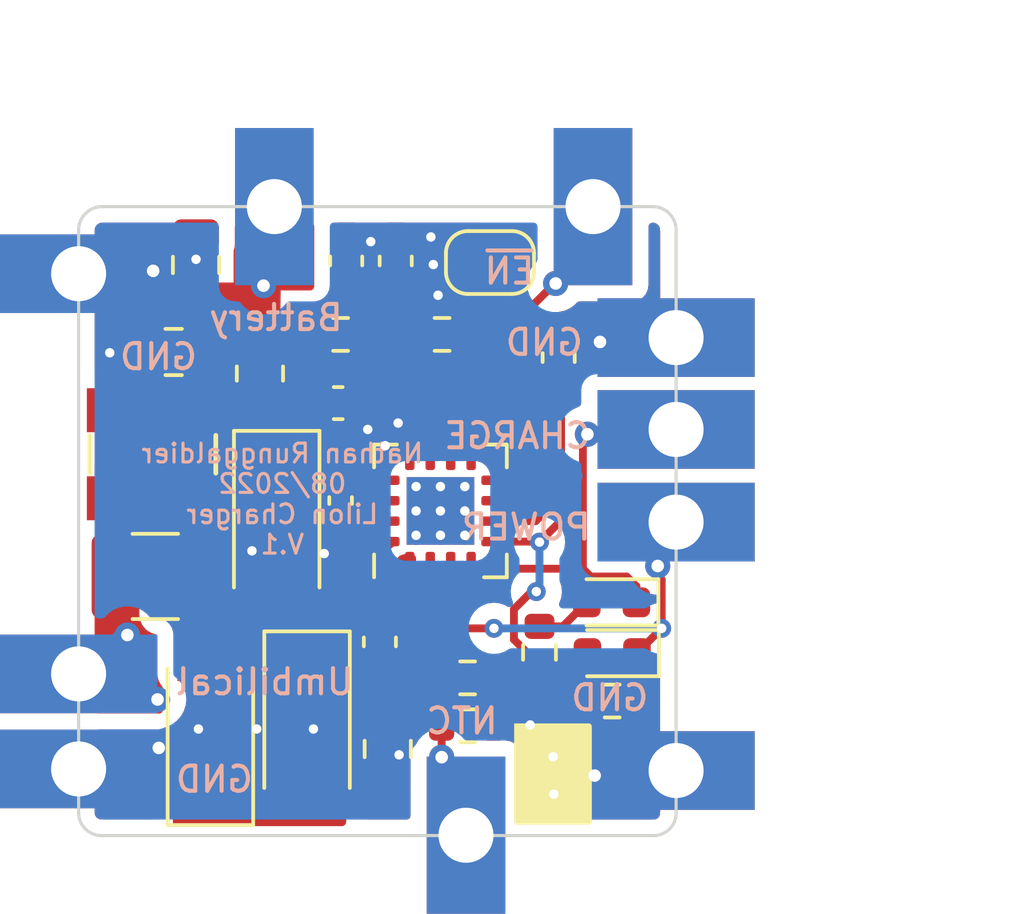
<source format=kicad_pcb>
(kicad_pcb (version 20211014) (generator pcbnew)
  (layers (0 "F.Cu" signal) (31 "B.Cu" signal) (34 "B.Paste" user) (35 "F.Paste" user) (36 "B.SilkS" user "B.Silkscreen") (37 "F.SilkS" user "F.Silkscreen") (38 "B.Mask" user) (39 "F.Mask" user) (44 "Edge.Cuts" user))
  (net 0 "")
  (net 1 "Net-(C1-Pad1)")
  (net 2 "GND")
  (net 3 "Net-(C2-Pad1)")
  (net 4 "Net-(C3-Pad1)")
  (net 5 "Net-(C4-Pad1)")
  (net 6 "Net-(C5-Pad1)")
  (net 7 "Net-(C6-Pad1)")
  (net 8 "Net-(C7-Pad1)")
  (net 9 "/Battery")
  (net 10 "/Charger")
  (net 11 "/~{ACOK}")
  (net 12 "/~{CHGOK}")
  (net 13 "Net-(L1-Pad2)")
  (net 14 "/NTC")
  (net 15 "Net-(R6-Pad2)")
  (net 16 "Net-(JP1-Pad1)")
  (net 18 "Net-(C5-Pad2)")
  (net 19 "Net-(D2-Pad2)")
  (net 20 "Net-(D3-Pad2)")
  (net 21 "Net-(U1-Pad6)")
  (net 22 "Net-(R5-Pad2)")
  (net 23 "Net-(D1-Pad2)")
  (footprint "TXV_Library_Footprints:Edge_Connector" (layer "F.Cu") (at 140.8176 70.9168 90)
    (fp_text reference "j5" hide)
    (fp_text value "Conn_01x01" hide)
    (pad "1" thru_hole custom (at 0 0 90) (size 5 2.5) (drill 1.75) (layers *.Cu *.Mask) (net 21 "Net-(U1-Pad6)") (options (clearance outline) (anchor rect)) (primitives))
  )
  (footprint "Diode_SMD:D_SOD-128" (layer "F.Cu") (at 131.7244 87.503 -90)
    (fp_text reference "D4" hide)
    (fp_text value "PMEG3050EP" hide)
    (fp_line (start -3.08 1.36) (end 1.9 1.36) (layer "F.SilkS") (width 0.12))
    (fp_line (start -3.08 -1.36) (end 1.9 -1.36) (layer "F.SilkS") (width 0.12))
    (fp_line (start -3.08 -1.36) (end -3.08 1.36) (layer "F.SilkS") (width 0.12))
    (pad "1" smd rect (at -2.2 0 270) (size 1.4 2.1) (layers "F.Cu" "F.Paste" "F.Mask") (net 4 "Net-(C3-Pad1)"))
    (pad "2" smd rect (at 2.2 0 270) (size 1.4 2.1) (layers "F.Cu" "F.Paste" "F.Mask") (net 1 "Net-(C1-Pad1)"))
  )
  (footprint "TXV_Library_Footprints:Edge_Connector" (layer "F.Cu") (at 143.4592 75.0824)
    (fp_text reference "H2" hide)
    (fp_text value "MountingHole_Pad" hide)
    (pad "1" thru_hole custom (at 0 0) (size 5 2.5) (drill 1.75) (layers *.Cu *.Mask) (net 2 "GND") (options (clearance outline) (anchor rect)) (primitives))
  )
  (footprint "Capacitor_SMD:C_0402_1005Metric" (layer "F.Cu") (at 132.7912 80.264 90)
    (fp_text reference "C5" hide)
    (fp_text value "100n" hide)
    (fp_line (start -0.107836 -0.36) (end 0.107836 -0.36) (layer "F.SilkS") (width 0.12))
    (fp_line (start -0.107836 0.36) (end 0.107836 0.36) (layer "F.SilkS") (width 0.12))
    (pad "1" smd roundrect (at -0.48 0 90) (size 0.56 0.62) (layers "F.Cu" "F.Paste" "F.Mask") (net 6 "Net-(C5-Pad1)"))
    (pad "2" smd roundrect (at 0.48 0 90) (size 0.56 0.62) (layers "F.Cu" "F.Paste" "F.Mask") (net 18 "Net-(C5-Pad2)"))
  )
  (footprint "TXV_Library_Footprints:Edge_Connector" (layer "F.Cu") (at 130.683 70.9168 90)
    (fp_text reference "j6" hide)
    (fp_text value "Conn_01x01" hide)
    (pad "1" thru_hole custom (at 0 0 90) (size 5 2.5) (drill 1.75) (layers *.Cu *.Mask) (net 9 "/Battery") (options (clearance outline) (anchor rect)) (primitives))
  )
  (footprint "Capacitor_SMD:C_0805_2012Metric" (layer "F.Cu") (at 127.4826 75.5396 180)
    (fp_text reference "C9" hide)
    (fp_text value "22u" hide)
    (fp_line (start -0.261252 -0.735) (end 0.261252 -0.735) (layer "F.SilkS") (width 0.12))
    (fp_line (start -0.261252 0.735) (end 0.261252 0.735) (layer "F.SilkS") (width 0.12))
    (pad "1" smd roundrect (at -0.95 0 180) (size 1 1.45) (layers "F.Cu" "F.Paste" "F.Mask") (net 9 "/Battery"))
    (pad "2" smd roundrect (at 0.95 0 180) (size 1 1.45) (layers "F.Cu" "F.Paste" "F.Mask") (net 2 "GND"))
  )
  (footprint "Resistor_SMD:R_0603_1608Metric" (layer "F.Cu") (at 136.8298 87.4268)
    (fp_text reference "R2" hide)
    (fp_text value "10k" hide)
    (fp_line (start -0.237258 -0.5225) (end 0.237258 -0.5225) (layer "F.SilkS") (width 0.12))
    (fp_line (start -0.237258 0.5225) (end 0.237258 0.5225) (layer "F.SilkS") (width 0.12))
    (pad "1" smd roundrect (at -0.825 0) (size 0.8 0.95) (layers "F.Cu" "F.Paste" "F.Mask") (net 14 "/NTC"))
    (pad "2" smd roundrect (at 0.825 0) (size 0.8 0.95) (layers "F.Cu" "F.Paste" "F.Mask") (net 2 "GND"))
  )
  (footprint "Capacitor_SMD:C_0603_1608Metric" (layer "F.Cu") (at 132.715 77.1652)
    (fp_text reference "C4" hide)
    (fp_text value "100n" hide)
    (fp_line (start -0.14058 -0.51) (end 0.14058 -0.51) (layer "F.SilkS") (width 0.12))
    (fp_line (start -0.14058 0.51) (end 0.14058 0.51) (layer "F.SilkS") (width 0.12))
    (pad "1" smd roundrect (at -0.775 0) (size 0.9 0.95) (layers "F.Cu" "F.Paste" "F.Mask") (net 5 "Net-(C4-Pad1)"))
    (pad "2" smd roundrect (at 0.775 0) (size 0.9 0.95) (layers "F.Cu" "F.Paste" "F.Mask") (net 2 "GND"))
  )
  (footprint "LED_SMD:LED_0603_1608Metric" (layer "F.Cu") (at 141.41 83.5 180)
    (fp_text reference "D3" hide)
    (fp_text value "LED" hide)
    (fp_line (start -1.485 -0.735) (end -1.485 0.735) (layer "F.SilkS") (width 0.12))
    (fp_line (start -1.485 0.735) (end 0.8 0.735) (layer "F.SilkS") (width 0.12))
    (fp_line (start 0.8 -0.735) (end -1.485 -0.735) (layer "F.SilkS") (width 0.12))
    (pad "1" smd roundrect (at -0.7875 0 180) (size 0.875 0.95) (layers "F.Cu" "F.Paste" "F.Mask") (net 12 "/~{CHGOK}"))
    (pad "2" smd roundrect (at 0.7875 0 180) (size 0.875 0.95) (layers "F.Cu" "F.Paste" "F.Mask") (net 20 "Net-(D3-Pad2)"))
  )
  (footprint "TXV_Library_Footprints:Edge_Connector" (layer "F.Cu") (at 124.46 73.0504)
    (fp_text reference "H4" hide)
    (fp_text value "MountingHole_Pad" hide)
    (pad "1" thru_hole custom (at 0 0) (size 5 2.5) (drill 1.75) (layers *.Cu *.Mask) (net 2 "GND") (options (clearance outline) (anchor rect)) (primitives))
  )
  (footprint "Capacitor_SMD:C_0805_2012Metric" (layer "F.Cu") (at 134.2898 88.1634 -90)
    (fp_text reference "C1" hide)
    (fp_text value "22u" hide)
    (fp_line (start -0.261252 0.735) (end 0.261252 0.735) (layer "F.SilkS") (width 0.12))
    (fp_line (start -0.261252 -0.735) (end 0.261252 -0.735) (layer "F.SilkS") (width 0.12))
    (pad "1" smd roundrect (at -0.95 0 270) (size 1 1.45) (layers "F.Cu" "F.Paste" "F.Mask") (net 1 "Net-(C1-Pad1)"))
    (pad "2" smd roundrect (at 0.95 0 270) (size 1 1.45) (layers "F.Cu" "F.Paste" "F.Mask") (net 2 "GND"))
  )
  (footprint "TXV_Library_Footprints:SRN4018TA-4R7M" (layer "F.Cu") (at 126.8222 78.7908 90)
    (fp_text reference "L1" hide)
    (fp_text value "4.7u" hide)
    (fp_line (start -0.6 2) (end 0.6 2) (layer "F.SilkS") (width 0.15))
    (fp_line (start -0.6 -2) (end 0.6 -2) (layer "F.SilkS") (width 0.15))
    (pad "1" smd rect (at -1.4 0 90) (size 1.4 4.2) (layers "F.Cu" "F.Paste" "F.Mask") (net 6 "Net-(C5-Pad1)"))
    (pad "2" smd rect (at 1.4 0 90) (size 1.4 4.2) (layers "F.Cu" "F.Paste" "F.Mask") (net 13 "Net-(L1-Pad2)"))
  )
  (footprint "Resistor_SMD:R_0805_2012Metric" (layer "F.Cu") (at 130.2258 76.2254 -90)
    (fp_text reference "R7" hide)
    (fp_text value "200m" hide)
    (fp_line (start -0.227064 0.735) (end 0.227064 0.735) (layer "F.SilkS") (width 0.12))
    (fp_line (start -0.227064 -0.735) (end 0.227064 -0.735) (layer "F.SilkS") (width 0.12))
    (pad "1" smd roundrect (at -0.9125 0 270) (size 1.025 1.4) (layers "F.Cu" "F.Paste" "F.Mask") (roundrect_rratio 0.243902439) (net 9 "/Battery"))
    (pad "2" smd roundrect (at 0.9125 0 270) (size 1.025 1.4) (layers "F.Cu" "F.Paste" "F.Mask") (roundrect_rratio 0.243902439) (net 13 "Net-(L1-Pad2)"))
  )
  (footprint "Capacitor_SMD:C_0603_1608Metric" (layer "F.Cu") (at 132.969 72.644 90)
    (fp_text reference "C7" hide)
    (fp_text value "2.2n" hide)
    (fp_line (start -0.14058 0.51) (end 0.14058 0.51) (layer "F.SilkS") (width 0.12))
    (fp_line (start -0.14058 -0.51) (end 0.14058 -0.51) (layer "F.SilkS") (width 0.12))
    (pad "1" smd roundrect (at -0.775 0 90) (size 0.9 0.95) (layers "F.Cu" "F.Paste" "F.Mask") (net 8 "Net-(C7-Pad1)"))
    (pad "2" smd roundrect (at 0.775 0 90) (size 0.9 0.95) (layers "F.Cu" "F.Paste" "F.Mask") (net 2 "GND"))
  )
  (footprint "TXV_Library_Footprints:Edge_Connector" (layer "F.Cu") (at 143.4592 78.0034)
    (fp_text reference "j4" hide)
    (fp_text value "Conn_01x01" hide)
    (pad "1" thru_hole custom (at 0 0) (size 5 2.5) (drill 1.75) (layers *.Cu *.Mask) (net 12 "/~{CHGOK}") (options (clearance outline) (anchor rect)) (primitives))
  )
  (footprint "Resistor_SMD:R_0603_1608Metric" (layer "F.Cu") (at 136.8298 85.9028 180)
    (fp_text reference "R1" hide)
    (fp_text value "10k" hide)
    (fp_line (start -0.237258 0.5225) (end 0.237258 0.5225) (layer "F.SilkS") (width 0.12))
    (fp_line (start -0.237258 -0.5225) (end 0.237258 -0.5225) (layer "F.SilkS") (width 0.12))
    (pad "1" smd roundrect (at -0.825 0 180) (size 0.8 0.95) (layers "F.Cu" "F.Paste" "F.Mask") (net 3 "Net-(C2-Pad1)"))
    (pad "2" smd roundrect (at 0.825 0 180) (size 0.8 0.95) (layers "F.Cu" "F.Paste" "F.Mask") (net 14 "/NTC"))
  )
  (footprint "LED_SMD:LED_0603_1608Metric" (layer "F.Cu") (at 141.4272 85.1154 180)
    (fp_text reference "D2" hide)
    (fp_text value "LED" hide)
    (fp_line (start -1.485 0.735) (end 0.8 0.735) (layer "F.SilkS") (width 0.12))
    (fp_line (start -1.485 -0.735) (end -1.485 0.735) (layer "F.SilkS") (width 0.12))
    (fp_line (start 0.8 -0.735) (end -1.485 -0.735) (layer "F.SilkS") (width 0.12))
    (pad "1" smd roundrect (at -0.7875 0 180) (size 0.875 0.95) (layers "F.Cu" "F.Paste" "F.Mask") (net 11 "/~{ACOK}"))
    (pad "2" smd roundrect (at 0.7875 0 180) (size 0.875 0.95) (layers "F.Cu" "F.Paste" "F.Mask") (net 19 "Net-(D2-Pad2)"))
  )
  (footprint "Diode_SMD:D_SOD-128" (layer "F.Cu") (at 130.7592 81.1276 -90)
    (fp_text reference "D5" hide)
    (fp_text value "PMEG3050EP" hide)
    (fp_line (start -3.08 -1.36) (end -3.08 1.36) (layer "F.SilkS") (width 0.12))
    (fp_line (start -3.08 -1.36) (end 1.9 -1.36) (layer "F.SilkS") (width 0.12))
    (fp_line (start -3.08 1.36) (end 1.9 1.36) (layer "F.SilkS") (width 0.12))
    (pad "1" smd rect (at -2.2 0 270) (size 1.4 2.1) (layers "F.Cu" "F.Paste" "F.Mask") (net 6 "Net-(C5-Pad1)"))
    (pad "2" smd rect (at 2.2 0 270) (size 1.4 2.1) (layers "F.Cu" "F.Paste" "F.Mask") (net 2 "GND"))
  )
  (footprint "Resistor_SMD:R_0603_1608Metric" (layer "F.Cu") (at 141.4272 86.6394)
    (fp_text reference "R3" hide)
    (fp_text value "120" hide)
    (fp_line (start -0.237258 -0.5225) (end 0.237258 -0.5225) (layer "F.SilkS") (width 0.12))
    (fp_line (start -0.237258 0.5225) (end 0.237258 0.5225) (layer "F.SilkS") (width 0.12))
    (pad "1" smd roundrect (at -0.825 0) (size 0.8 0.95) (layers "F.Cu" "F.Paste" "F.Mask") (net 3 "Net-(C2-Pad1)"))
    (pad "2" smd roundrect (at 0.825 0) (size 0.8 0.95) (layers "F.Cu" "F.Paste" "F.Mask") (net 19 "Net-(D2-Pad2)"))
  )
  (footprint "TXV_Library_Footprints:Edge_Connector" (layer "F.Cu") (at 143.4592 88.8492)
    (fp_text reference "H3" hide)
    (fp_text value "MountingHole_Pad" hide)
    (pad "1" thru_hole custom (at 0 0) (size 5 2.5) (drill 1.75) (layers *.Cu *.Mask) (net 2 "GND") (options (clearance outline) (anchor rect)) (primitives))
  )
  (footprint "Resistor_SMD:R_0603_1608Metric" (layer "F.Cu") (at 132.7912 74.9808)
    (fp_text reference "R5" hide)
    (fp_text value "750" hide)
    (fp_line (start -0.237258 0.5225) (end 0.237258 0.5225) (layer "F.SilkS") (width 0.12))
    (fp_line (start -0.237258 -0.5225) (end 0.237258 -0.5225) (layer "F.SilkS") (width 0.12))
    (pad "1" smd roundrect (at -0.825 0) (size 0.8 0.95) (layers "F.Cu" "F.Paste" "F.Mask") (net 8 "Net-(C7-Pad1)"))
    (pad "2" smd roundrect (at 0.825 0) (size 0.8 0.95) (layers "F.Cu" "F.Paste" "F.Mask") (net 22 "Net-(R5-Pad2)"))
  )
  (footprint "Diode_SMD:D_SOD-128" (layer "F.Cu") (at 128.651 87.503 90)
    (fp_text reference "D1" hide)
    (fp_text value "PMEG3050EP" hide)
    (fp_line (start -3.08 -1.36) (end -3.08 1.36) (layer "F.SilkS") (width 0.12))
    (fp_line (start -3.08 1.36) (end 1.9 1.36) (layer "F.SilkS") (width 0.12))
    (fp_line (start -3.08 -1.36) (end 1.9 -1.36) (layer "F.SilkS") (width 0.12))
    (pad "1" smd rect (at -2.2 0 90) (size 1.4 2.1) (layers "F.Cu" "F.Paste" "F.Mask") (net 1 "Net-(C1-Pad1)"))
    (pad "2" smd rect (at 2.2 0 90) (size 1.4 2.1) (layers "F.Cu" "F.Paste" "F.Mask") (net 23 "Net-(D1-Pad2)"))
  )
  (footprint "Capacitor_SMD:C_0603_1608Metric" (layer "F.Cu") (at 134.04 84.7598 -90)
    (fp_text reference "C3" hide)
    (fp_text value "22u" hide)
    (fp_line (start -0.14058 -0.51) (end 0.14058 -0.51) (layer "F.SilkS") (width 0.12))
    (fp_line (start -0.14058 0.51) (end 0.14058 0.51) (layer "F.SilkS") (width 0.12))
    (pad "1" smd roundrect (at -0.775 0 270) (size 0.9 0.95) (layers "F.Cu" "F.Paste" "F.Mask") (net 4 "Net-(C3-Pad1)"))
    (pad "2" smd roundrect (at 0.775 0 270) (size 0.9 0.95) (layers "F.Cu" "F.Paste" "F.Mask") (net 2 "GND"))
  )
  (footprint "Capacitor_SMD:C_0603_1608Metric" (layer "F.Cu") (at 134.5438 72.644 90)
    (fp_text reference "C6" hide)
    (fp_text value "2.2n" hide)
    (fp_line (start -0.14058 0.51) (end 0.14058 0.51) (layer "F.SilkS") (width 0.12))
    (fp_line (start -0.14058 -0.51) (end 0.14058 -0.51) (layer "F.SilkS") (width 0.12))
    (pad "1" smd roundrect (at -0.775 0 90) (size 0.9 0.95) (layers "F.Cu" "F.Paste" "F.Mask") (net 7 "Net-(C6-Pad1)"))
    (pad "2" smd roundrect (at 0.775 0 90) (size 0.9 0.95) (layers "F.Cu" "F.Paste" "F.Mask") (net 2 "GND"))
  )
  (footprint "Jumper:SolderJumper-2_P1.3mm_Open_RoundedPad1.0x1.5mm" (layer "F.Cu") (at 137.541 72.6948 180)
    (fp_text reference "JP1" hide)
    (fp_text value "SolderJumper_2_Open" hide)
    (fp_line (start -0.7 -1) (end 0.7 -1) (layer "F.SilkS") (width 0.12))
    (fp_line (start 1.4 -0.3) (end 1.4 0.3) (layer "F.SilkS") (width 0.12))
    (fp_line (start 0.7 1) (end -0.7 1) (layer "F.SilkS") (width 0.12))
    (fp_line (start -1.4 0.3) (end -1.4 -0.3) (layer "F.SilkS") (width 0.12))
    (fp_arc (start -1.4 -0.3) (mid -1.194975 -0.794975) (end -0.7 -1) (layer "F.SilkS") (width 0.12))
    (fp_arc (start 0.7 -1) (mid 1.194975 -0.794975) (end 1.4 -0.3) (layer "F.SilkS") (width 0.12))
    (fp_arc (start -0.7 1) (mid -1.194975 0.794975) (end -1.4 0.3) (layer "F.SilkS") (width 0.12))
    (fp_arc (start 1.4 0.3) (mid 1.194975 0.794975) (end 0.7 1) (layer "F.SilkS") (width 0.12))
    (pad "1" smd custom (at -0.65 0 180) (size 1 0.5) (layers "F.Cu" "F.Paste" "F.Mask") (net 16 "Net-(JP1-Pad1)") (options (clearance outline) (anchor rect)) (primitives (gr_circle (center 0 0.25) (end 0.5 0.25) (width 0) (fill yes)) (gr_circle (center 0 -0.25) (end 0.5 -0.25) (width 0) (fill yes)) (gr_poly (pts (xy 0.5 0.75) (xy 0 0.75) (xy 0 -0.75) (xy 0.5 -0.75)) (width 0) (fill yes))))
    (pad "2" smd custom (at 0.65 0 180) (size 1 0.5) (layers "F.Cu" "F.Paste" "F.Mask") (net 2 "GND") (options (clearance outline) (anchor rect)) (primitives (gr_circle (center 0 0.25) (end 0.5 0.25) (width 0) (fill yes)) (gr_circle (center 0 -0.25) (end 0.5 -0.25) (width 0) (fill yes)) (gr_poly (pts (xy 0 0.75) (xy -0.5 0.75) (xy -0.5 -0.75) (xy 0 -0.75)) (width 0) (fill yes))))
  )
  (footprint "Package_DFN_QFN:QFN-16-1EP_4x4mm_P0.65mm_EP2.15x2.15mm_ThermalVias" (layer "F.Cu") (at 135.9662 80.5942 90)
    (fp_text reference "U1" hide)
    (fp_text value "MP26123" hide)
    (fp_line (start 1.385 2.11) (end 2.11 2.11) (layer "F.SilkS") (width 0.12))
    (fp_line (start -1.385 2.11) (end -2.11 2.11) (layer "F.SilkS") (width 0.12))
    (fp_line (start 2.11 -2.11) (end 2.11 -1.385) (layer "F.SilkS") (width 0.12))
    (fp_line (start -2.11 2.11) (end -2.11 1.385) (layer "F.SilkS") (width 0.12))
    (fp_line (start 1.385 -2.11) (end 2.11 -2.11) (layer "F.SilkS") (width 0.12))
    (fp_line (start 2.11 2.11) (end 2.11 1.385) (layer "F.SilkS") (width 0.12))
    (fp_line (start -1.385 -2.11) (end -2.11 -2.11) (layer "F.SilkS") (width 0.12))
    (pad "1" smd roundrect (at -1.8375 -0.975 90) (size 1.075 0.3) (layers "F.Cu" "F.Paste" "F.Mask") (net 1 "Net-(C1-Pad1)"))
    (pad "2" smd roundrect (at -1.8375 -0.325 90) (size 1.075 0.3) (layers "F.Cu" "F.Paste" "F.Mask") (net 14 "/NTC"))
    (pad "3" smd roundrect (at -1.8375 0.325 90) (size 1.075 0.3) (layers "F.Cu" "F.Paste" "F.Mask") (net 11 "/~{ACOK}"))
    (pad "4" smd roundrect (at -1.8375 0.975 90) (size 1.075 0.3) (layers "F.Cu" "F.Paste" "F.Mask") (net 12 "/~{CHGOK}"))
    (pad "5" smd roundrect (at -0.975 1.8375 90) (size 0.3 1.075) (layers "F.Cu" "F.Paste" "F.Mask") (net 3 "Net-(C2-Pad1)"))
    (pad "6" smd roundrect (at -0.325 1.8375 90) (size 0.3 1.075) (layers "F.Cu" "F.Paste" "F.Mask") (net 21 "Net-(U1-Pad6)"))
    (pad "7" smd roundrect (at 0.325 1.8375 90) (size 0.3 1.075) (layers "F.Cu" "F.Paste" "F.Mask") (net 16 "Net-(JP1-Pad1)"))
    (pad "8" smd roundrect (at 0.975 1.8375 90) (size 0.3 1.075) (layers "F.Cu" "F.Paste" "F.Mask") (net 15 "Net-(R6-Pad2)"))
    (pad "9" smd roundrect (at 1.8375 0.975 90) (size 1.075 0.3) (layers "F.Cu" "F.Paste" "F.Mask") (net 22 "Net-(R5-Pad2)"))
    (pad "10" smd roundrect (at 1.8375 0.325 90) (size 1.075 0.3) (layers "F.Cu" "F.Paste" "F.Mask") (net 9 "/Battery"))
    (pad "11" smd roundrect (at 1.8375 -0.325 90) (size 1.075 0.3) (layers "F.Cu" "F.Paste" "F.Mask") (net 13 "Net-(L1-Pad2)"))
    (pad "12" smd roundrect (at 1.8375 -0.975 90) (size 1.075 0.3) (layers "F.Cu" "F.Paste" "F.Mask") (net 2 "GND"))
    (pad "13" smd roundrect (at 0.975 -1.8375 90) (size 0.3 1.075) (layers "F.Cu" "F.Paste" "F.Mask") (net 5 "Net-(C4-Pad1)"))
    (pad "14" smd roundrect (at 0.325 -1.8375 90) (size 0.3 1.075) (layers "F.Cu" "F.Paste" "F.Mask") (net 18 "Net-(C5-Pad2)"))
    (pad "15" smd roundrect (at -0.325 -1.8375 90) (size 0.3 1.075) (layers "F.Cu" "F.Paste" "F.Mask") (net 6 "Net-(C5-Pad1)"))
    (pad "16" smd roundrect (at -0.975 -1.8375 90) (size 0.3 1.075) (layers "F.Cu" "F.Paste" "F.Mask") (net 4 "Net-(C3-Pad1)"))
    (pad "17" thru_hole circle (at -0.775 -0.775 90) (size 0.6 0.6) (drill 0.3) (layers *.Cu))
    (pad "17" thru_hole circle (at 0.775 0.775 90) (size 0.6 0.6) (drill 0.3) (layers *.Cu))
    (pad "17" thru_hole circle (at -0.775 0.775 90) (size 0.6 0.6) (drill 0.3) (layers *.Cu))
    (pad "17" thru_hole circle (at 0.775 -0.775 90) (size 0.6 0.6) (drill 0.3) (layers *.Cu))
    (pad "17" smd rect (at 0 0 90) (size 2.15 2.15) (layers "F.Cu" "F.Mask"))
    (pad "17" thru_hole circle (at 0 0 90) (size 0.6 0.6) (drill 0.3) (layers *.Cu))
    (pad "17" thru_hole circle (at 0.775 0 90) (size 0.6 0.6) (drill 0.3) (layers *.Cu))
    (pad "17" smd rect (at 0 0 90) (size 2.15 2.15) (layers "B.Cu"))
    (pad "17" thru_hole circle (at -0.775 0 90) (size 0.6 0.6) (drill 0.3) (layers *.Cu))
    (pad "17" thru_hole circle (at 0 0.775 90) (size 0.6 0.6) (drill 0.3) (layers *.Cu))
    (pad "17" thru_hole circle (at 0 -0.775 90) (size 0.6 0.6) (drill 0.3) (layers *.Cu))
  )
  (footprint "TXV_Library_Footprints:Edge_Connector" (layer "F.Cu") (at 124.46 88.7984)
    (fp_text reference "H1" hide)
    (fp_text value "MountingHole_Pad" hide)
    (pad "1" thru_hole custom (at 0 0) (size 5 2.5) (drill 1.75) (layers *.Cu *.Mask) (net 2 "GND") (options (clearance outline) (anchor rect)) (primitives))
  )
  (footprint "Resistor_SMD:R_0603_1608Metric" (layer "F.Cu") (at 139.1158 85.09 90)
    (fp_text reference "R4" hide)
    (fp_text value "120" hide)
    (fp_line (start -0.237258 0.5225) (end 0.237258 0.5225) (layer "F.SilkS") (width 0.12))
    (fp_line (start -0.237258 -0.5225) (end 0.237258 -0.5225) (layer "F.SilkS") (width 0.12))
    (pad "1" smd roundrect (at -0.825 0 90) (size 0.8 0.95) (layers "F.Cu" "F.Paste" "F.Mask") (net 3 "Net-(C2-Pad1)"))
    (pad "2" smd roundrect (at 0.825 0 90) (size 0.8 0.95) (layers "F.Cu" "F.Paste" "F.Mask") (net 20 "Net-(D3-Pad2)"))
  )
  (footprint "Capacitor_SMD:C_0805_2012Metric" (layer "F.Cu") (at 128.1938 72.771 90)
    (fp_text reference "C8" hide)
    (fp_text value "22u" hide)
    (fp_line (start -0.261252 0.735) (end 0.261252 0.735) (layer "F.SilkS") (width 0.12))
    (fp_line (start -0.261252 -0.735) (end 0.261252 -0.735) (layer "F.SilkS") (width 0.12))
    (pad "1" smd roundrect (at -0.95 0 90) (size 1 1.45) (layers "F.Cu" "F.Paste" "F.Mask") (net 9 "/Battery"))
    (pad "2" smd roundrect (at 0.95 0 90) (size 1 1.45) (layers "F.Cu" "F.Paste" "F.Mask") (net 2 "GND"))
  )
  (footprint "TXV_Library_Footprints:Edge_Connector" (layer "F.Cu") (at 124.46 85.7758)
    (fp_text reference "j1" hide)
    (fp_text value "Conn_01x01" hide)
    (pad "1" thru_hole custom (at 0 0) (size 5 2.5) (drill 1.75) (layers *.Cu *.Mask) (net 10 "/Charger") (options (clearance outline) (anchor rect)) (primitives))
  )
  (footprint "Capacitor_SMD:C_0603_1608Metric" (layer "F.Cu") (at 139.7254 75.7174 90)
    (fp_text reference "C2" hide)
    (fp_text value "22u" hide)
    (fp_line (start -0.14058 -0.51) (end 0.14058 -0.51) (layer "F.SilkS") (width 0.12))
    (fp_line (start -0.14058 0.51) (end 0.14058 0.51) (layer "F.SilkS") (width 0.12))
    (pad "1" smd roundrect (at -0.775 0 90) (size 0.9 0.95) (layers "F.Cu" "F.Paste" "F.Mask") (net 3 "Net-(C2-Pad1)"))
    (pad "2" smd roundrect (at 0.775 0 90) (size 0.9 0.95) (layers "F.Cu" "F.Paste" "F.Mask") (net 2 "GND"))
  )
  (footprint "TXV_Library_Footprints:Edge_Connector" (layer "F.Cu") (at 136.779 90.9066 90)
    (fp_text reference "j2" hide)
    (fp_text value "Conn_01x01" hide)
    (pad "1" thru_hole custom (at 0 0 90) (size 5 2.5) (drill 1.75) (layers *.Cu *.Mask) (net 14 "/NTC") (options (clearance outline) (anchor rect)) (primitives))
  )
  (footprint "Resistor_SMD:R_0603_1608Metric" (layer "F.Cu") (at 136.017 74.9808)
    (fp_text reference "R6" hide)
    (fp_text value "2.61k" hide)
    (fp_line (start -0.237258 -0.5225) (end 0.237258 -0.5225) (layer "F.SilkS") (width 0.12))
    (fp_line (start -0.237258 0.5225) (end 0.237258 0.5225) (layer "F.SilkS") (width 0.12))
    (pad "1" smd roundrect (at -0.825 0) (size 0.8 0.95) (layers "F.Cu" "F.Paste" "F.Mask") (net 7 "Net-(C6-Pad1)"))
    (pad "2" smd roundrect (at 0.825 0) (size 0.8 0.95) (layers "F.Cu" "F.Paste" "F.Mask") (net 15 "Net-(R6-Pad2)"))
  )
  (footprint "TXV_Library_Footprints:Edge_Connector" (layer "F.Cu") (at 143.4592 80.9498 180)
    (fp_text reference "j3" hide)
    (fp_text value "Conn_01x01" hide)
    (pad "1" thru_hole custom (at 0 0 180) (size 5 2.5) (drill 1.75) (layers *.Cu *.Mask) (net 11 "/~{ACOK}") (options (clearance outline) (anchor rect)) (primitives))
  )
  (footprint "Resistor_SMD:R_1210_3225Metric" (layer "F.Cu") (at 126.8984 82.677)
    (fp_text reference "F1" hide)
    (fp_text value "Fuse_Small" hide)
    (fp_line (start -0.723737 1.355) (end 0.723737 1.355) (layer "F.SilkS") (width 0.12))
    (fp_line (start -0.723737 -1.355) (end 0.723737 -1.355) (layer "F.SilkS") (width 0.12))
    (pad "1" smd roundrect (at -1.4625 0) (size 1.125 2.65) (layers "F.Cu" "F.Paste" "F.Mask") (roundrect_rratio 0.2222222222) (net 10 "/Charger"))
    (pad "2" smd roundrect (at 1.4625 0) (size 1.125 2.65) (layers "F.Cu" "F.Paste" "F.Mask") (roundrect_rratio 0.2222222222) (net 23 "Net-(D1-Pad2)"))
  )
  (gr_rect (start 138.41 87.45) (end 140.68 90.47) (layer "F.SilkS") (width 0.2) (fill solid))
  (gr_arc (start 143.46 90.182) (mid 143.24554 90.713844) (end 142.7092 90.9168) (layer "Edge.Cuts") (width 0.1))
  (gr_line (start 124.46 71.6668) (end 124.46 90.182) (layer "Edge.Cuts") (width 0.1))
  (gr_line (start 142.7092 70.9168) (end 125.21 70.9168) (layer "Edge.Cuts") (width 0.1))
  (gr_arc (start 125.21 90.9168) (mid 124.678346 90.709295) (end 124.46 90.182) (layer "Edge.Cuts") (width 0.1))
  (gr_line (start 125.21 90.9168) (end 142.7092 90.9168) (layer "Edge.Cuts") (width 0.1))
  (gr_arc (start 124.46 71.6668) (mid 124.679375 71.136175) (end 125.21 70.9168) (layer "Edge.Cuts") (width 0.1))
  (gr_line (start 143.46 90.182) (end 143.46 71.6668) (layer "Edge.Cuts") (width 0.1))
  (gr_arc (start 142.7092 70.9168) (mid 143.242114 71.134118) (end 143.46 71.6668) (layer "Edge.Cuts") (width 0.1))
  (gr_text "Battery" (at 130.7338 74.4474) (layer "B.SilkS") (effects (font (size 0.8 0.8) (thickness 0.13)) (justify mirror)))
  (gr_text "CHARGE" (at 138.42 78.2066) (layer "B.SilkS") (effects (font (size 0.8 0.8) (thickness 0.13)) (justify mirror)))
  (gr_text "Nathan Runggaldier\n08/2022\nLiIon Charger\nV.1" (at 130.937 80.2132) (layer "B.SilkS") (effects (font (size 0.6 0.6) (thickness 0.1)) (justify mirror)))
  (gr_text "GND" (at 128.778 89.1286) (layer "B.SilkS") (effects (font (size 0.8 0.8) (thickness 0.13)) (justify mirror)))
  (gr_text "POWER" (at 138.69 81.11) (layer "B.SilkS") (effects (font (size 0.8 0.8) (thickness 0.13)) (justify mirror)))
  (gr_text "Umbilical" (at 130.3782 86.0298) (layer "B.SilkS") (effects (font (size 0.8 0.8) (thickness 0.13)) (justify mirror)))
  (gr_text "~{EN}" (at 138.16 72.97) (layer "B.SilkS") (effects (font (size 0.8 0.8) (thickness 0.13)) (justify mirror)))
  (gr_text "GND" (at 141.351 86.5378) (layer "B.SilkS") (effects (font (size 0.8 0.8) (thickness 0.13)) (justify mirror)))
  (gr_text "NTC" (at 136.652 87.2744) (layer "B.SilkS") (effects (font (size 0.8 0.8) (thickness 0.13)) (justify mirror)))
  (gr_text "GND" (at 127 75.692) (layer "B.SilkS") (effects (font (size 0.8 0.8) (thickness 0.13)) (justify mirror)))
  (gr_text "GND" (at 139.2682 75.2348) (layer "B.SilkS") (effects (font (size 0.8 0.8) (thickness 0.13)) (justify mirror)))
  (segment (start 134.1476 87.2134) (end 134.2898 87.2134) (width 0.25) (layer "F.Cu") (net 1))
  (segment (start 131.7244 89.703) (end 132.4708 89.703) (width 0.25) (layer "F.Cu") (net 1))
  (segment (start 134.2898 86.614) (end 134.2898 87.2134) (width 0.25) (layer "F.Cu") (net 1))
  (segment (start 134.8486 86.0552) (end 134.2898 86.614) (width 0.25) (layer "F.Cu") (net 1))
  (segment (start 132.4708 89.703) (end 132.6388 89.535) (width 0.25) (layer "F.Cu") (net 1))
  (segment (start 132.6388 89.535) (end 132.6388 88.7222) (width 0.25) (layer "F.Cu") (net 1))
  (segment (start 132.6388 88.7222) (end 134.1476 87.2134) (width 0.25) (layer "F.Cu") (net 1))
  (segment (start 134.9912 82.4317) (end 134.8486 82.5743) (width 0.25) (layer "F.Cu") (net 1))
  (segment (start 134.8486 82.5743) (end 134.8486 86.0552) (width 0.25) (layer "F.Cu") (net 1))
  (segment (start 125.476 75.5396) (end 125.4506 75.565) (width 0.25) (layer "F.Cu") (net 2))
  (segment (start 133.9212 85.5348) (end 131.9276 87.5284) (width 0.25) (layer "F.Cu") (net 2))
  (segment (start 134.0358 85.5348) (end 133.9212 85.5348) (width 0.25) (layer "F.Cu") (net 2))
  (segment (start 128.1938 72.5932) (end 128.1938 71.821) (width 0.25) (layer "F.Cu") (net 2))
  (via (at 139.57 89.6) (size 0.6) (drill 0.3) (layers "F.Cu" "B.Cu") (net 2))
  (via (at 127.01 88.13) (size 0.8) (drill 0.4) (layers "F.Cu" "B.Cu") (net 2))
  (via (at 132.27 81.95) (size 0.6) (drill 0.3) (layers "F.Cu" "B.Cu") (net 2))
  (via (at 140.87 89.01) (size 0.8) (drill 0.4) (layers "F.Cu" "B.Cu") (net 2))
  (via (at 131.9276 87.5284) (size 0.6) (drill 0.3) (layers "F.Cu" "B.Cu") (net 2))
  (via (at 125.4506 75.565) (size 0.6) (drill 0.3) (layers "F.Cu" "B.Cu") (net 2))
  (via (at 130.1242 87.5284) (size 0.6) (drill 0.3) (layers "F.Cu" "B.Cu") (net 2))
  (via (at 135.89 73.7362) (size 0.6) (drill 0.3) (layers "F.Cu" "B.Cu") (net 2))
  (via (at 126.83 72.96) (size 0.8) (drill 0.4) (layers "F.Cu" "B.Cu") (net 2))
  (via (at 135.74 72.76) (size 0.6) (drill 0.3) (layers "F.Cu" "B.Cu") (net 2))
  (via (at 135.6614 71.882) (size 0.6) (drill 0.3) (layers "F.Cu" "B.Cu") (net 2))
  (via (at 129.9718 81.8642) (size 0.6) (drill 0.3) (layers "F.Cu" "B.Cu") (net 2))
  (via (at 139.55 88.41) (size 0.6) (drill 0.3) (layers "F.Cu" "B.Cu") (net 2))
  (via (at 141.04 75.22) (size 0.8) (drill 0.4) (layers "F.Cu" "B.Cu") (net 2))
  (via (at 128.27 87.5284) (size 0.6) (drill 0.3) (layers "F.Cu" "B.Cu") (net 2))
  (via (at 134.21 78.52) (size 0.6) (drill 0.3) (layers "F.Cu" "B.Cu") (net 2))
  (via (at 134.65 88.35) (size 0.6) (drill 0.3) (layers "F.Cu" "B.Cu") (net 2))
  (via (at 138.82 87.4) (size 0.6) (drill 0.3) (layers "F.Cu" "B.Cu") (net 2))
  (via (at 134.62 77.8002) (size 0.6) (drill 0.3) (layers "F.Cu" "B.Cu") (net 2))
  (via (at 128.1938 72.5932) (size 0.6) (drill 0.3) (layers "F.Cu" "B.Cu") (net 2))
  (via (at 133.75 72.03) (size 0.6) (drill 0.3) (layers "F.Cu" "B.Cu") (net 2))
  (via (at 133.6548 78.0034) (size 0.6) (drill 0.3) (layers "F.Cu" "B.Cu") (net 2))
  (segment (start 138.303 83.7184) (end 138.303 84.6836) (width 0.25) (layer "F.Cu") (net 3))
  (segment (start 139.8016 80.899) (end 139.8016 76.5686) (width 0.25) (layer "F.Cu") (net 3))
  (segment (start 139.1158 85.915) (end 139.8778 85.915) (width 0.25) (layer "F.Cu") (net 3))
  (segment (start 138.303 84.6836) (end 139.1158 85.4964) (width 0.25) (layer "F.Cu") (net 3))
  (segment (start 137.6548 85.9028) (end 139.1036 85.9028) (width 0.25) (layer "F.Cu") (net 3))
  (segment (start 139.1036 85.9028) (end 139.1158 85.915) (width 0.25) (layer "F.Cu") (net 3))
  (segment (start 138.8618 83.1596) (end 138.303 83.7184) (width 0.25) (layer "F.Cu") (net 3))
  (segment (start 139.1158 85.4964) (end 139.1158 85.915) (width 0.25) (layer "F.Cu") (net 3))
  (segment (start 139.8016 76.5686) (end 139.7254 76.4924) (width 0.25) (layer "F.Cu") (net 3))
  (segment (start 137.8037 81.5692) (end 139.1314 81.5692) (width 0.25) (layer "F.Cu") (net 3))
  (segment (start 139.0142 83.1596) (end 138.8618 83.1596) (width 0.25) (layer "F.Cu") (net 3))
  (segment (start 139.1158 81.5848) (end 139.1314 81.5692) (width 0.25) (layer "F.Cu") (net 3))
  (segment (start 139.1314 81.5692) (end 139.8016 80.899) (width 0.25) (layer "F.Cu") (net 3))
  (segment (start 139.8778 85.915) (end 140.6022 86.6394) (width 0.25) (layer "F.Cu") (net 3))
  (via (at 139.1158 81.5848) (size 0.6) (drill 0.3) (layers "F.Cu" "B.Cu") (net 3))
  (via (at 139.0142 83.1596) (size 0.6) (drill 0.3) (layers "F.Cu" "B.Cu") (net 3))
  (segment (start 139.1158 83.058) (end 139.1158 81.5848) (width 0.25) (layer "B.Cu") (net 3))
  (segment (start 139.0142 83.1596) (end 139.1158 83.058) (width 0.25) (layer "B.Cu") (net 3))
  (segment (start 133.7974 79.6192) (end 134.1287 79.6192) (width 0.25) (layer "F.Cu") (net 5))
  (segment (start 131.94 77.7618) (end 133.7974 79.6192) (width 0.25) (layer "F.Cu") (net 5))
  (segment (start 131.94 77.1652) (end 131.94 77.7618) (width 0.25) (layer "F.Cu") (net 5))
  (segment (start 134.1287 80.9192) (end 132.9664 80.9192) (width 0.25) (layer "F.Cu") (net 6))
  (segment (start 132.9664 80.9192) (end 132.7912 80.744) (width 0.25) (layer "F.Cu") (net 6))
  (segment (start 135.192 74.9432) (end 134.5438 74.295) (width 0.25) (layer "F.Cu") (net 7))
  (segment (start 135.192 74.9808) (end 135.192 74.9432) (width 0.25) (layer "F.Cu") (net 7))
  (segment (start 134.5438 74.295) (end 134.5438 73.419) (width 0.25) (layer "F.Cu") (net 7))
  (segment (start 132.7404 73.6476) (end 132.969 73.419) (width 0.25) (layer "F.Cu") (net 8))
  (segment (start 132.7404 74.803) (end 132.7404 73.6476) (width 0.25) (layer "F.Cu") (net 8))
  (segment (start 132.5626 74.9808) (end 132.7404 74.803) (width 0.25) (layer "F.Cu") (net 8))
  (segment (start 131.9662 74.9808) (end 132.5626 74.9808) (width 0.25) (layer "F.Cu") (net 8))
  (segment (start 134.5946 76.3016) (end 134.1882 75.8952) (width 0.25) (layer "F.Cu") (net 9))
  (segment (start 136.0678 76.3016) (end 134.5946 76.3016) (width 0.25) (layer "F.Cu") (net 9))
  (segment (start 130.4563 75.3129) (end 130.2258 75.3129) (width 0.25) (layer "F.Cu") (net 9))
  (segment (start 136.2912 76.525) (end 136.0678 76.3016) (width 0.25) (layer "F.Cu") (net 9))
  (segment (start 128.6593 75.3129) (end 128.4326 75.5396) (width 0.25) (layer "F.Cu") (net 9))
  (segment (start 130.2258 75.5396) (end 130.2258 75.3129) (width 0.25) (layer "F.Cu") (net 9))
  (segment (start 134.1882 75.8952) (end 130.5814 75.8952) (width 0.25) (layer "F.Cu") (net 9))
  (segment (start 136.2912 78.7567) (end 136.2912 76.525) (width 0.25) (layer "F.Cu") (net 9))
  (segment (start 130.5814 75.8952) (end 130.2258 75.5396) (width 0.25) (layer "F.Cu") (net 9))
  (segment (start 130.2512 75.2875) (end 130.2258 75.3129) (width 0.25) (layer "F.Cu") (net 9))
  (via (at 130.34 73.43) (size 0.8) (drill 0.4) (layers "F.Cu" "B.Cu") (net 9))
  (segment (start 130.34 71.2598) (end 130.55798 71.04182) (width 0.25) (layer "B.Cu") (net 9))
  (segment (start 130.34 73.43) (end 130.34 71.2598) (width 0.25) (layer "B.Cu") (net 9))
  (segment (start 125.4359 84.7237) (end 124.3838 85.7758) (width 0.25) (layer "F.Cu") (net 10))
  (via (at 126.97 86.59) (size 0.8) (drill 0.4) (layers "F.Cu" "B.Cu") (net 10))
  (via (at 126.01 84.54) (size 0.8) (drill 0.4) (layers "F.Cu" "B.Cu") (net 10))
  (segment (start 126.01 84.54) (end 125.6958 84.54) (width 0.25) (layer "B.Cu") (net 10))
  (segment (start 125.2742 86.59) (end 124.58502 85.90082) (width 0.25) (layer "B.Cu") (net 10))
  (segment (start 125.6958 84.54) (end 124.58502 85.65078) (width 0.25) (layer "B.Cu") (net 10))
  (segment (start 126.97 86.59) (end 125.2742 86.59) (width 0.25) (layer "B.Cu") (net 10))
  (segment (start 143.002 82.7786) (end 143.002 84.328) (width 0.25) (layer "F.Cu") (net 11))
  (segment (start 136.7028 84.328) (end 136.2912 83.9164) (width 0.25) (layer "F.Cu") (net 11))
  (segment (start 143.4592 80.9498) (end 142.875 81.534) (width 0.25) (layer "F.Cu") (net 11))
  (segment (start 142.875 82.6516) (end 143.002 82.7786) (width 0.25) (layer "F.Cu") (net 11))
  (segment (start 142.2147 85.1154) (end 142.2147 85.1153) (width 0.25) (layer "F.Cu") (net 11))
  (segment (start 137.668 84.328) (end 136.7028 84.328) (width 0.25) (layer "F.Cu") (net 11))
  (segment (start 142.2147 85.1153) (end 143.002 84.328) (width 0.25) (layer "F.Cu") (net 11))
  (segment (start 142.875 81.534) (end 142.875 82.345) (width 0.25) (layer "F.Cu") (net 11))
  (segment (start 142.875 82.345) (end 142.875 82.6516) (width 0.25) (layer "F.Cu") (net 11))
  (segment (start 136.2912 83.9164) (end 136.2912 82.4317) (width 0.25) (layer "F.Cu") (net 11))
  (via (at 137.668 84.328) (size 0.6) (drill 0.3) (layers "F.Cu" "B.Cu") (net 11))
  (via (at 143.002 84.328) (size 0.6) (drill 0.3) (layers "F.Cu" "B.Cu") (net 11))
  (via (at 142.875 82.345) (size 0.8) (drill 0.4) (layers "F.Cu" "B.Cu") (net 11))
  (segment (start 137.668 84.328) (end 143.002 84.328) (width 0.25) (layer "B.Cu") (net 11))
  (segment (start 142.875 81.534) (end 143.33498 81.07402) (width 0.25) (layer "B.Cu") (net 11))
  (segment (start 142.875 82.345) (end 142.875 81.534) (width 0.25) (layer "B.Cu") (net 11))
  (segment (start 140.4961 82.4317) (end 140.7444 82.68) (width 0.25) (layer "F.Cu") (net 12))
  (segment (start 141.8874 82.68) (end 142.1975 82.9901) (width 0.25) (layer "F.Cu") (net 12))
  (segment (start 136.9412 82.4317) (end 140.4961 82.4317) (width 0.25) (layer "F.Cu") (net 12))
  (segment (start 142.1975 82.9901) (end 142.1975 83.5) (width 0.25) (layer "F.Cu") (net 12))
  (segment (start 140.7444 82.68) (end 141.8874 82.68) (width 0.25) (layer "F.Cu") (net 12))
  (segment (start 140.4961 82.4317) (end 140.4961 78.2995) (width 0.25) (layer "F.Cu") (net 12))
  (segment (start 143.3068 78.1558) (end 143.4592 78.0034) (width 0.25) (layer "F.Cu") (net 12))
  (segment (start 140.4961 78.2995) (end 140.6398 78.1558) (width 0.25) (layer "F.Cu") (net 12))
  (segment (start 140.6398 78.1558) (end 143.3068 78.1558) (width 0.25) (layer "F.Cu") (net 12))
  (via (at 140.6398 78.1558) (size 0.8) (drill 0.4) (layers "F.Cu" "B.Cu") (net 12))
  (segment (start 143.3068 78.1558) (end 143.33498 78.12762) (width 0.25) (layer "B.Cu") (net 12))
  (segment (start 140.6398 78.1558) (end 143.3068 78.1558) (width 0.25) (layer "B.Cu") (net 12))
  (segment (start 133.985 76.3524) (end 131.2164 76.3524) (width 0.25) (layer "F.Cu") (net 13))
  (segment (start 130.4309 77.1379) (end 130.2258 77.1379) (width 0.25) (layer "F.Cu") (net 13))
  (segment (start 135.6412 78.7567) (end 135.6412 77.018) (width 0.25) (layer "F.Cu") (net 13))
  (segment (start 134.4168 76.7842) (end 133.985 76.3524) (width 0.25) (layer "F.Cu") (net 13))
  (segment (start 135.6412 77.018) (end 135.4074 76.7842) (width 0.25) (layer "F.Cu") (net 13))
  (segment (start 131.2164 76.3524) (end 130.4309 77.1379) (width 0.25) (layer "F.Cu") (net 13))
  (segment (start 135.4074 76.7842) (end 134.4168 76.7842) (width 0.25) (layer "F.Cu") (net 13))
  (segment (start 135.6412 85.5392) (end 136.0048 85.9028) (width 0.25) (layer "F.Cu") (net 14))
  (segment (start 136.0048 87.4268) (end 136.0048 85.9028) (width 0.25) (layer "F.Cu") (net 14))
  (segment (start 136.0048 88.4252) (end 136.0048 87.4268) (width 0.25) (layer "F.Cu") (net 14))
  (segment (start 136.779 89.662) (end 136.0048 88.8878) (width 0.25) (layer "F.Cu") (net 14))
  (segment (start 136.0048 88.8878) (end 136.0048 88.4252) (width 0.25) (layer "F.Cu") (net 14))
  (segment (start 135.6412 82.4317) (end 135.6412 85.5392) (width 0.25) (layer "F.Cu") (net 14))
  (segment (start 136.779 90.9066) (end 136.779 89.662) (width 0.25) (layer "F.Cu") (net 14))
  (via (at 136.0048 88.4252) (size 0.8) (drill 0.4) (layers "F.Cu" "B.Cu") (net 14))
  (segment (start 136.0048 90.1324) (end 136.66418 90.79178) (width 0.25) (layer "B.Cu") (net 14))
  (segment (start 136.0048 88.4252) (end 136.0048 90.1324) (width 0.25) (layer "B.Cu") (net 14))
  (segment (start 137.8037 78.0121) (end 137.4648 77.6732) (width 0.25) (layer "F.Cu") (net 15))
  (segment (start 137.4648 75.6036) (end 136.842 74.9808) (width 0.25) (layer "F.Cu") (net 15))
  (segment (start 137.8037 79.6192) (end 137.8037 78.0121) (width 0.25) (layer "F.Cu") (net 15))
  (segment (start 137.4648 77.6732) (end 137.4648 75.6036) (width 0.25) (layer "F.Cu") (net 15))
  (segment (start 137.8037 80.2692) (end 138.4248 80.2692) (width 0.25) (layer "F.Cu") (net 16))
  (segment (start 137.922 72.9638) (end 138.191 72.6948) (width 0.25) (layer "F.Cu") (net 16))
  (segment (start 138.684 77.9018) (end 137.922 77.1398) (width 0.25) (layer "F.Cu") (net 16))
  (segment (start 138.684 80.01) (end 138.684 77.9018) (width 0.25) (layer "F.Cu") (net 16))
  (segment (start 137.922 77.1398) (end 137.922 72.9638) (width 0.25) (layer "F.Cu") (net 16))
  (segment (start 138.4248 80.2692) (end 138.684 80.01) (width 0.25) (layer "F.Cu") (net 16))
  (segment (start 134.1287 80.2692) (end 133.3806 80.2692) (width 0.25) (layer "F.Cu") (net 18))
  (segment (start 133.3806 80.2692) (end 132.8954 79.784) (width 0.25) (layer "F.Cu") (net 18))
  (segment (start 132.8954 79.784) (end 132.7912 79.784) (width 0.25) (layer "F.Cu") (net 18))
  (segment (start 140.7282 85.1154) (end 142.2522 86.6394) (width 0.25) (layer "F.Cu") (net 19))
  (segment (start 140.6397 85.1154) (end 140.7282 85.1154) (width 0.25) (layer "F.Cu") (net 19))
  (segment (start 139.1158 84.265) (end 139.8575 84.265) (width 0.25) (layer "F.Cu") (net 20))
  (segment (start 139.8575 84.265) (end 140.6225 83.5) (width 0.25) (layer "F.Cu") (net 20))
  (segment (start 138.9634 73.9902) (end 138.9698 73.9902) (width 0.25) (layer "F.Cu") (net 21))
  (segment (start 138.9698 73.9902) (end 139.38 73.58) (width 0.25) (layer "F.Cu") (net 21))
  (segment (start 140.8176 72.1424) (end 140.8176 71.04182) (width 0.25) (layer "F.Cu") (net 21))
  (segment (start 138.994 80.9192) (end 139.2428 80.6704) (width 0.25) (layer "F.Cu") (net 21))
  (segment (start 139.2428 77.7748) (end 138.3792 76.9112) (width 0.25) (layer "F.Cu") (net 21))
  (segment (start 138.3792 76.9112) (end 138.3792 74.5744) (width 0.25) (layer "F.Cu") (net 21))
  (segment (start 139.38 73.58) (end 140.8176 72.1424) (width 0.25) (layer "F.Cu") (net 21))
  (segment (start 138.3792 74.5744) (end 138.9634 73.9902) (width 0.25) (layer "F.Cu") (net 21))
  (segment (start 137.8037 80.9192) (end 138.994 80.9192) (width 0.25) (layer "F.Cu") (net 21))
  (segment (start 139.2428 80.6704) (end 139.2428 77.7748) (width 0.25) (layer "F.Cu") (net 21))
  (via (at 139.63 73.36) (size 0.8) (drill 0.4) (layers "F.Cu" "B.Cu") (net 21))
  (segment (start 140.69258 72.29742) (end 140.69258 71.04182) (width 0.25) (layer "B.Cu") (net 21))
  (segment (start 139.63 73.36) (end 140.69258 72.29742) (width 0.25) (layer "B.Cu") (net 21))
  (segment (start 134.1882 74.9808) (end 133.6162 74.9808) (width 0.25) (layer "F.Cu") (net 22))
  (segment (start 134.7724 75.819) (end 134.4422 75.4888) (width 0.25) (layer "F.Cu") (net 22))
  (segment (start 134.4422 75.4888) (end 134.4422 75.2348) (width 0.25) (layer "F.Cu") (net 22))
  (segment (start 134.4422 75.2348) (end 134.1882 74.9808) (width 0.25) (layer "F.Cu") (net 22))
  (segment (start 136.9412 76.2098) (end 136.5504 75.819) (width 0.25) (layer "F.Cu") (net 22))
  (segment (start 136.9412 78.7567) (end 136.9412 76.2098) (width 0.25) (layer "F.Cu") (net 22))
  (segment (start 136.5504 75.819) (end 134.7724 75.819) (width 0.25) (layer "F.Cu") (net 22))
  (segment (start 128.3609 82.677) (end 128.3609 85.0129) (width 0.5) (layer "F.Cu") (net 23))
  (segment (start 128.3609 85.0129) (end 128.651 85.303) (width 0.25) (layer "F.Cu") (net 23))
  (zone (net 13) (net_name "Net-(L1-Pad2)") (layer "F.Cu") (priority 2) (connect_pads yes (clearance 0.508)) (min_thickness 0.254) (fill yes (thermal_gap 0.508) (thermal_bridge_width 0.508))
    (polygon (pts (xy 130.886179 77.622208) (xy 129.463779 77.6224) (xy 129.032 78.0542) (xy 124.7902 78.0542) (xy 124.7902 76.7334) (xy 129.6162 76.7334) (xy 129.693838 76.657173) (xy 130.887638 76.6572)))
  )
  (zone (net 9) (net_name "/Battery") (layer "F.Cu") (priority 1) (connect_pads yes (clearance 0.508)) (min_thickness 0.254) (fill yes (thermal_gap 0.508) (thermal_bridge_width 0.508))
    (polygon (pts (xy 131.953 73.5838) (xy 130.8862 73.5838) (xy 130.8608 75.5142) (xy 130.6068 75.7682) (xy 128.778 75.7682) (xy 128.778 76.0984) (xy 127.9906 76.0984) (xy 127.9906 74.9046) (xy 127.9906 74.1172) (xy 127.5588 74.1172) (xy 127.5588 73.3298) (xy 129.3876 73.3298) (xy 129.3876 72.8472) (xy 129.3876 72.2884) (xy 129.3876 70.612) (xy 131.953 70.612)))
  )
  (zone (net 6) (net_name "Net-(C5-Pad1)") (layer "F.Cu") (priority 1) (connect_pads yes (clearance 0.508)) (min_thickness 0.254) (fill yes (thermal_gap 0.508) (thermal_bridge_width 0.508))
    (polygon (pts (xy 131.9276 79.9084) (xy 132.2832 80.264) (xy 132.9944 80.264) (xy 133.1976 80.4672) (xy 133.1976 81.1276) (xy 132.2832 81.1276) (xy 132.1562 81.1276) (xy 124.5616 81.1276) (xy 124.5616 79.0194) (xy 128.7018 79.0194) (xy 129.5908 78.1304) (xy 131.9276 78.1304)))
  )
  (zone (net 23) (net_name "Net-(D1-Pad2)") (layer "F.Cu") (priority 6) (connect_pads yes (clearance 0.508)) (min_thickness 0.254) (fill yes (thermal_gap 0.508) (thermal_bridge_width 0.508) (smoothing fillet) (radius 0.3))
    (polygon (pts (xy 129.25 84.35) (xy 129.9 84.35) (xy 129.9 86.2) (xy 127.25 86.2) (xy 127.25 84.2) (xy 126.9 84.2) (xy 126.9 81.15) (xy 129.25 81.15)))
  )
  (zone (net 4) (net_name "Net-(C3-Pad1)") (layer "F.Cu") (priority 6) (connect_pads yes (clearance 0.35)) (min_thickness 0.254) (fill yes (thermal_gap 0.508) (thermal_bridge_width 0.508) (smoothing fillet) (radius 0.3))
    (polygon (pts (xy 134.85 81.65) (xy 134.55 81.95) (xy 134.55 84.7) (xy 133.4 84.7) (xy 133 85.1) (xy 133 86.2) (xy 130.45 86.2) (xy 130.45 84.4) (xy 132.45 84.4) (xy 133.15 83.7) (xy 133.15 81.15) (xy 134.85 81.15)))
  )
  (zone (net 2) (net_name "GND") (layers F&B.Cu) (connect_pads yes (clearance 0.508)) (min_thickness 0.254) (fill yes (thermal_gap 0.508) (thermal_bridge_width 0.508))
    (polygon (pts (xy 147.4978 92.4306) (xy 122.756953 92.455181) (xy 122.731553 69.671381) (xy 122.7328 69.6722) (xy 147.5486 69.6468)))
  )
  (zone (net 2) (net_name "GND") (layer "F.Cu") (connect_pads yes (clearance 0.508)) (min_thickness 0.254) (fill yes (thermal_gap 0.508) (thermal_bridge_width 0.508))
    (polygon (pts (xy 148.209 92.9132) (xy 133.6548 92.9132) (xy 133.6548 79.0956) (xy 132.5372 77.6732) (xy 132.5372 71.4756) (xy 148.209 71.4756)))
  )
  (zone (net 10) (net_name "/Charger") (layer "F.Cu") (priority 5) (connect_pads yes (clearance 0.508)) (min_thickness 0.254) (fill yes (thermal_gap 0.508) (thermal_bridge_width 0.508) (smoothing fillet) (radius 0.3))
    (polygon (pts (xy 126.8 84.35) (xy 127.15 84.35) (xy 127.15 87.2) (xy 124.55 87.2) (xy 124.55 81.15) (xy 126.8 81.15)))
  )
  (zone (net 1) (net_name "Net-(C1-Pad1)") (layer "F.Cu") (priority 7) (connect_pads yes (clearance 0.3)) (min_thickness 0.254) (fill yes (thermal_gap 0.508) (thermal_bridge_width 0.508) (smoothing fillet) (radius 0.1))
    (polygon (pts (xy 135.3534 87.9094) (xy 133.55 87.9094) (xy 132.969 88.5) (xy 132.969 90.7034) (xy 127.4572 90.7034) (xy 127.4572 88.8746) (xy 131.85 88.87) (xy 132.35 88.37) (xy 132.35 87.7) (xy 133.6 86.45) (xy 134.6 86.45) (xy 134.6 81.85) (xy 135.539675 81.849861) (xy 135.543075 86.436061)))
  )
)
</source>
